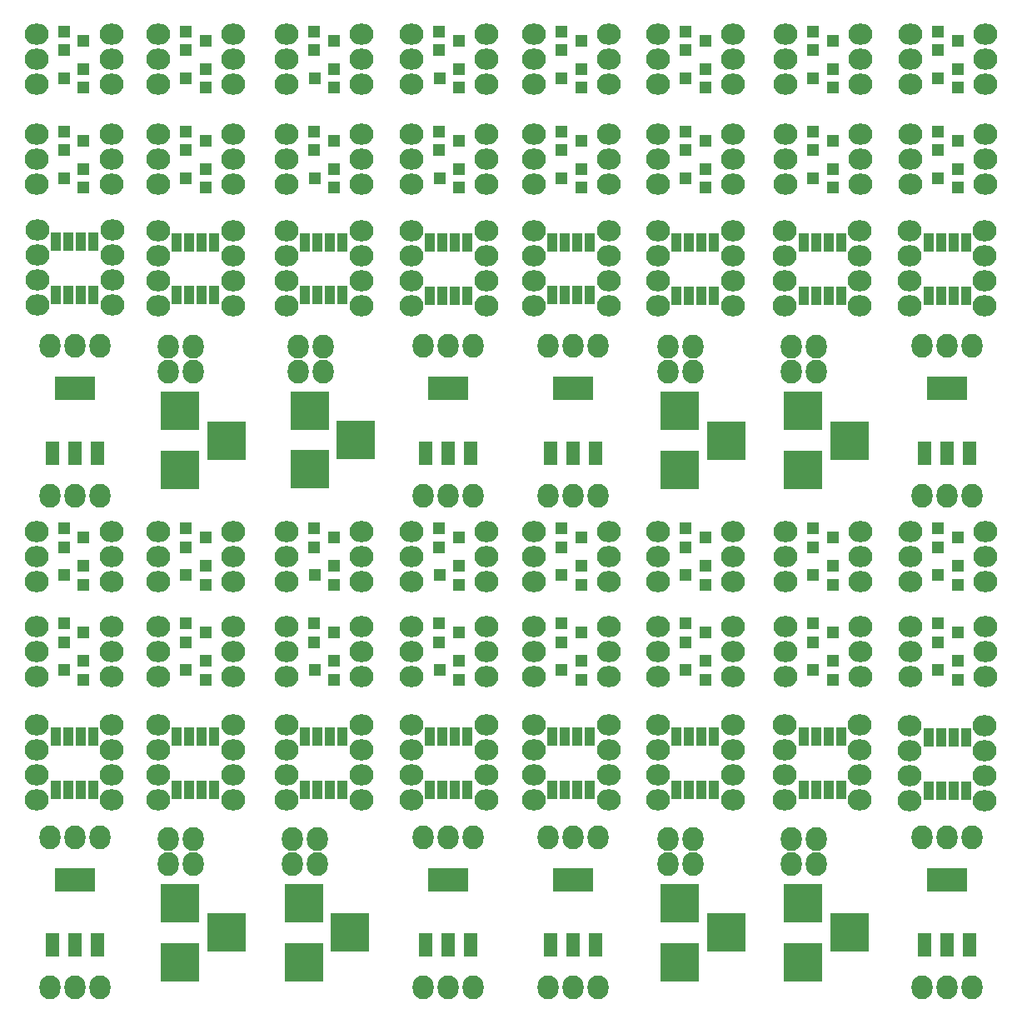
<source format=gts>
G04 #@! TF.FileFunction,Soldermask,Top*
%FSLAX46Y46*%
G04 Gerber Fmt 4.6, Leading zero omitted, Abs format (unit mm)*
G04 Created by KiCad (PCBNEW 4.0.7+dfsg1-1) date Sun Nov 19 14:40:27 2017*
%MOMM*%
%LPD*%
G01*
G04 APERTURE LIST*
%ADD10C,0.100000*%
%ADD11O,2.432000X2.127200*%
%ADD12R,1.000000X1.950000*%
%ADD13R,3.900120X3.900120*%
%ADD14R,1.200100X1.200100*%
%ADD15O,2.127200X2.432000*%
%ADD16R,4.057600X2.432000*%
%ADD17R,1.416000X2.432000*%
G04 APERTURE END LIST*
D10*
D11*
X102200000Y-71535000D03*
X102200000Y-74075000D03*
X102200000Y-76615000D03*
X102200000Y-79155000D03*
D12*
X120495000Y-72740000D03*
X119225000Y-72740000D03*
X117955000Y-72740000D03*
X116685000Y-72740000D03*
X116685000Y-78140000D03*
X117955000Y-78140000D03*
X119225000Y-78140000D03*
X120495000Y-78140000D03*
D11*
X114800000Y-71560000D03*
X114800000Y-74100000D03*
X114800000Y-76640000D03*
X114800000Y-79180000D03*
X109820000Y-71535000D03*
X109820000Y-74075000D03*
X109820000Y-76615000D03*
X109820000Y-79155000D03*
D12*
X107895000Y-72715000D03*
X106625000Y-72715000D03*
X105355000Y-72715000D03*
X104085000Y-72715000D03*
X104085000Y-78115000D03*
X105355000Y-78115000D03*
X106625000Y-78115000D03*
X107895000Y-78115000D03*
D11*
X122420000Y-71560000D03*
X122420000Y-74100000D03*
X122420000Y-76640000D03*
X122420000Y-79180000D03*
X84620000Y-71535000D03*
X84620000Y-74075000D03*
X84620000Y-76615000D03*
X84620000Y-79155000D03*
D12*
X82695000Y-72715000D03*
X81425000Y-72715000D03*
X80155000Y-72715000D03*
X78885000Y-72715000D03*
X78885000Y-78115000D03*
X80155000Y-78115000D03*
X81425000Y-78115000D03*
X82695000Y-78115000D03*
D11*
X89700000Y-71560000D03*
X89700000Y-74100000D03*
X89700000Y-76640000D03*
X89700000Y-79180000D03*
D12*
X95395000Y-72740000D03*
X94125000Y-72740000D03*
X92855000Y-72740000D03*
X91585000Y-72740000D03*
X91585000Y-78140000D03*
X92855000Y-78140000D03*
X94125000Y-78140000D03*
X95395000Y-78140000D03*
D11*
X97320000Y-71560000D03*
X97320000Y-74100000D03*
X97320000Y-76640000D03*
X97320000Y-79180000D03*
D12*
X57405000Y-72690000D03*
X56135000Y-72690000D03*
X54865000Y-72690000D03*
X53595000Y-72690000D03*
X53595000Y-78090000D03*
X54865000Y-78090000D03*
X56135000Y-78090000D03*
X57405000Y-78090000D03*
D11*
X71620000Y-71535000D03*
X71620000Y-74075000D03*
X71620000Y-76615000D03*
X71620000Y-79155000D03*
X77000000Y-71535000D03*
X77000000Y-74075000D03*
X77000000Y-76615000D03*
X77000000Y-79155000D03*
D12*
X69695000Y-72715000D03*
X68425000Y-72715000D03*
X67155000Y-72715000D03*
X65885000Y-72715000D03*
X65885000Y-78115000D03*
X67155000Y-78115000D03*
X68425000Y-78115000D03*
X69695000Y-78115000D03*
D11*
X64000000Y-71535000D03*
X64000000Y-74075000D03*
X64000000Y-76615000D03*
X64000000Y-79155000D03*
X59330000Y-71510000D03*
X59330000Y-74050000D03*
X59330000Y-76590000D03*
X59330000Y-79130000D03*
X51710000Y-71510000D03*
X51710000Y-74050000D03*
X51710000Y-76590000D03*
X51710000Y-79130000D03*
X148020000Y-71585000D03*
X148020000Y-74125000D03*
X148020000Y-76665000D03*
X148020000Y-79205000D03*
X140400000Y-71585000D03*
X140400000Y-74125000D03*
X140400000Y-76665000D03*
X140400000Y-79205000D03*
X135320000Y-71560000D03*
X135320000Y-74100000D03*
X135320000Y-76640000D03*
X135320000Y-79180000D03*
D12*
X133395000Y-72740000D03*
X132125000Y-72740000D03*
X130855000Y-72740000D03*
X129585000Y-72740000D03*
X129585000Y-78140000D03*
X130855000Y-78140000D03*
X132125000Y-78140000D03*
X133395000Y-78140000D03*
X146095000Y-72765000D03*
X144825000Y-72765000D03*
X143555000Y-72765000D03*
X142285000Y-72765000D03*
X142285000Y-78165000D03*
X143555000Y-78165000D03*
X144825000Y-78165000D03*
X146095000Y-78165000D03*
D11*
X127700000Y-71560000D03*
X127700000Y-74100000D03*
X127700000Y-76640000D03*
X127700000Y-79180000D03*
D12*
X146095000Y-123015000D03*
X144825000Y-123015000D03*
X143555000Y-123015000D03*
X142285000Y-123015000D03*
X142285000Y-128415000D03*
X143555000Y-128415000D03*
X144825000Y-128415000D03*
X146095000Y-128415000D03*
D11*
X135320000Y-121810000D03*
X135320000Y-124350000D03*
X135320000Y-126890000D03*
X135320000Y-129430000D03*
D12*
X133395000Y-122990000D03*
X132125000Y-122990000D03*
X130855000Y-122990000D03*
X129585000Y-122990000D03*
X129585000Y-128390000D03*
X130855000Y-128390000D03*
X132125000Y-128390000D03*
X133395000Y-128390000D03*
D11*
X148020000Y-121835000D03*
X148020000Y-124375000D03*
X148020000Y-126915000D03*
X148020000Y-129455000D03*
X140400000Y-121835000D03*
X140400000Y-124375000D03*
X140400000Y-126915000D03*
X140400000Y-129455000D03*
X127700000Y-121810000D03*
X127700000Y-124350000D03*
X127700000Y-126890000D03*
X127700000Y-129430000D03*
X122420000Y-121810000D03*
X122420000Y-124350000D03*
X122420000Y-126890000D03*
X122420000Y-129430000D03*
X114800000Y-121810000D03*
X114800000Y-124350000D03*
X114800000Y-126890000D03*
X114800000Y-129430000D03*
D12*
X120495000Y-122990000D03*
X119225000Y-122990000D03*
X117955000Y-122990000D03*
X116685000Y-122990000D03*
X116685000Y-128390000D03*
X117955000Y-128390000D03*
X119225000Y-128390000D03*
X120495000Y-128390000D03*
D11*
X109820000Y-121785000D03*
X109820000Y-124325000D03*
X109820000Y-126865000D03*
X109820000Y-129405000D03*
D12*
X107895000Y-122965000D03*
X106625000Y-122965000D03*
X105355000Y-122965000D03*
X104085000Y-122965000D03*
X104085000Y-128365000D03*
X105355000Y-128365000D03*
X106625000Y-128365000D03*
X107895000Y-128365000D03*
D11*
X102200000Y-121785000D03*
X102200000Y-124325000D03*
X102200000Y-126865000D03*
X102200000Y-129405000D03*
X97320000Y-121810000D03*
X97320000Y-124350000D03*
X97320000Y-126890000D03*
X97320000Y-129430000D03*
X77000000Y-121785000D03*
X77000000Y-124325000D03*
X77000000Y-126865000D03*
X77000000Y-129405000D03*
D12*
X82695000Y-122965000D03*
X81425000Y-122965000D03*
X80155000Y-122965000D03*
X78885000Y-122965000D03*
X78885000Y-128365000D03*
X80155000Y-128365000D03*
X81425000Y-128365000D03*
X82695000Y-128365000D03*
X95395000Y-122990000D03*
X94125000Y-122990000D03*
X92855000Y-122990000D03*
X91585000Y-122990000D03*
X91585000Y-128390000D03*
X92855000Y-128390000D03*
X94125000Y-128390000D03*
X95395000Y-128390000D03*
D11*
X89700000Y-121810000D03*
X89700000Y-124350000D03*
X89700000Y-126890000D03*
X89700000Y-129430000D03*
X84620000Y-121785000D03*
X84620000Y-124325000D03*
X84620000Y-126865000D03*
X84620000Y-129405000D03*
X71620000Y-121785000D03*
X71620000Y-124325000D03*
X71620000Y-126865000D03*
X71620000Y-129405000D03*
X64000000Y-121785000D03*
X64000000Y-124325000D03*
X64000000Y-126865000D03*
X64000000Y-129405000D03*
D12*
X69695000Y-122965000D03*
X68425000Y-122965000D03*
X67155000Y-122965000D03*
X65885000Y-122965000D03*
X65885000Y-128365000D03*
X67155000Y-128365000D03*
X68425000Y-128365000D03*
X69695000Y-128365000D03*
D13*
X129538000Y-139862860D03*
X129538000Y-145862340D03*
X134237000Y-142862600D03*
X117013000Y-139862860D03*
X117013000Y-145862340D03*
X121712000Y-142862600D03*
X78788000Y-139862860D03*
X78788000Y-145862340D03*
X83487000Y-142862600D03*
X66213000Y-139862860D03*
X66213000Y-145862340D03*
X70912000Y-142862600D03*
X129538000Y-89862860D03*
X129538000Y-95862340D03*
X134237000Y-92862600D03*
X117013000Y-89862860D03*
X117013000Y-95862340D03*
X121712000Y-92862600D03*
X79388000Y-89812860D03*
X79388000Y-95812340D03*
X84087000Y-92812600D03*
X66213000Y-89862860D03*
X66213000Y-95862340D03*
X70912000Y-92862600D03*
D11*
X109820000Y-102125000D03*
X109820000Y-104665000D03*
X109820000Y-107205000D03*
X102200000Y-102125000D03*
X102200000Y-104665000D03*
X102200000Y-107205000D03*
X114800000Y-102125000D03*
X114800000Y-104665000D03*
X114800000Y-107205000D03*
D14*
X107010760Y-107520000D03*
X107010760Y-105620000D03*
X105011780Y-106570000D03*
X105009240Y-101810000D03*
X105009240Y-103710000D03*
X107008220Y-102760000D03*
D11*
X114800000Y-111760000D03*
X114800000Y-114300000D03*
X114800000Y-116840000D03*
X109820000Y-111760000D03*
X109820000Y-114300000D03*
X109820000Y-116840000D03*
D14*
X105009240Y-111445000D03*
X105009240Y-113345000D03*
X107008220Y-112395000D03*
D11*
X102200000Y-111760000D03*
X102200000Y-114300000D03*
X102200000Y-116840000D03*
D14*
X107010760Y-117155000D03*
X107010760Y-115255000D03*
X105011780Y-116205000D03*
D15*
X141629000Y-148468000D03*
X144169000Y-148468000D03*
X146709000Y-148468000D03*
X128341000Y-135890000D03*
X130881000Y-135890000D03*
D16*
X144169000Y-137546000D03*
D17*
X144169000Y-144150000D03*
X146455000Y-144150000D03*
X141883000Y-144150000D03*
D15*
X141629000Y-133228000D03*
X144169000Y-133228000D03*
X146709000Y-133228000D03*
X128341000Y-133350000D03*
X130881000Y-133350000D03*
X103594000Y-148458000D03*
X106134000Y-148458000D03*
X108674000Y-148458000D03*
D16*
X106134000Y-137536000D03*
D17*
X106134000Y-144140000D03*
X108420000Y-144140000D03*
X103848000Y-144140000D03*
D15*
X103594000Y-133218000D03*
X106134000Y-133218000D03*
X108674000Y-133218000D03*
X115816000Y-133350000D03*
X118356000Y-133350000D03*
X115816000Y-135890000D03*
X118356000Y-135890000D03*
X77591000Y-135890000D03*
X80131000Y-135890000D03*
X77591000Y-133350000D03*
X80131000Y-133350000D03*
D14*
X94572760Y-107520000D03*
X94572760Y-105620000D03*
X92573780Y-106570000D03*
D11*
X89762000Y-102125000D03*
X89762000Y-104665000D03*
X89762000Y-107205000D03*
D14*
X92571240Y-101810000D03*
X92571240Y-103710000D03*
X94570220Y-102760000D03*
D11*
X97382000Y-102125000D03*
X97382000Y-104665000D03*
X97382000Y-107205000D03*
X77062000Y-111760000D03*
X77062000Y-114300000D03*
X77062000Y-116840000D03*
D14*
X79871240Y-111445000D03*
X79871240Y-113345000D03*
X81870220Y-112395000D03*
D11*
X77062000Y-102125000D03*
X77062000Y-104665000D03*
X77062000Y-107205000D03*
D14*
X81872760Y-107520000D03*
X81872760Y-105620000D03*
X79873780Y-106570000D03*
X81872760Y-117155000D03*
X81872760Y-115255000D03*
X79873780Y-116205000D03*
D11*
X84682000Y-102125000D03*
X84682000Y-104665000D03*
X84682000Y-107205000D03*
D14*
X79871240Y-101810000D03*
X79871240Y-103710000D03*
X81870220Y-102760000D03*
X94572760Y-117155000D03*
X94572760Y-115255000D03*
X92573780Y-116205000D03*
D11*
X89762000Y-111760000D03*
X89762000Y-114300000D03*
X89762000Y-116840000D03*
X97382000Y-111760000D03*
X97382000Y-114300000D03*
X97382000Y-116840000D03*
X84682000Y-111760000D03*
X84682000Y-114300000D03*
X84682000Y-116840000D03*
D14*
X92571240Y-111445000D03*
X92571240Y-113345000D03*
X94570220Y-112395000D03*
D15*
X90929000Y-133228000D03*
X93469000Y-133228000D03*
X96009000Y-133228000D03*
D16*
X93469000Y-137546000D03*
D17*
X93469000Y-144150000D03*
X95755000Y-144150000D03*
X91183000Y-144150000D03*
D15*
X90929000Y-148468000D03*
X93469000Y-148468000D03*
X96009000Y-148468000D03*
D11*
X71620000Y-102125000D03*
X71620000Y-104665000D03*
X71620000Y-107205000D03*
X64000000Y-102125000D03*
X64000000Y-104665000D03*
X64000000Y-107205000D03*
D14*
X66809240Y-101810000D03*
X66809240Y-103710000D03*
X68808220Y-102760000D03*
X68810760Y-107520000D03*
X68810760Y-105620000D03*
X66811780Y-106570000D03*
D15*
X65016000Y-133350000D03*
X67556000Y-133350000D03*
X52994000Y-148458000D03*
X55534000Y-148458000D03*
X58074000Y-148458000D03*
D16*
X55534000Y-137536000D03*
D17*
X55534000Y-144140000D03*
X57820000Y-144140000D03*
X53248000Y-144140000D03*
D15*
X65016000Y-135890000D03*
X67556000Y-135890000D03*
X52994000Y-133218000D03*
X55534000Y-133218000D03*
X58074000Y-133218000D03*
D11*
X51600000Y-102125000D03*
X51600000Y-104665000D03*
X51600000Y-107205000D03*
X59220000Y-102125000D03*
X59220000Y-104665000D03*
X59220000Y-107205000D03*
D14*
X56410760Y-107520000D03*
X56410760Y-105620000D03*
X54411780Y-106570000D03*
X54409240Y-101810000D03*
X54409240Y-103710000D03*
X56408220Y-102760000D03*
D12*
X57355000Y-122940000D03*
X56085000Y-122940000D03*
X54815000Y-122940000D03*
X53545000Y-122940000D03*
X53545000Y-128340000D03*
X54815000Y-128340000D03*
X56085000Y-128340000D03*
X57355000Y-128340000D03*
D11*
X59280000Y-121760000D03*
X59280000Y-124300000D03*
X59280000Y-126840000D03*
X59280000Y-129380000D03*
X51660000Y-121760000D03*
X51660000Y-124300000D03*
X51660000Y-126840000D03*
X51660000Y-129380000D03*
D14*
X68810760Y-117155000D03*
X68810760Y-115255000D03*
X66811780Y-116205000D03*
X66809240Y-111445000D03*
X66809240Y-113345000D03*
X68808220Y-112395000D03*
D11*
X64000000Y-111760000D03*
X64000000Y-114300000D03*
X64000000Y-116840000D03*
X71620000Y-111760000D03*
X71620000Y-114300000D03*
X71620000Y-116840000D03*
D14*
X54409240Y-111445000D03*
X54409240Y-113345000D03*
X56408220Y-112395000D03*
X56410760Y-117155000D03*
X56410760Y-115255000D03*
X54411780Y-116205000D03*
D11*
X51600000Y-111760000D03*
X51600000Y-114300000D03*
X51600000Y-116840000D03*
X59220000Y-111760000D03*
X59220000Y-114300000D03*
X59220000Y-116840000D03*
X122420000Y-102125000D03*
X122420000Y-104665000D03*
X122420000Y-107205000D03*
D14*
X117609240Y-101810000D03*
X117609240Y-103710000D03*
X119608220Y-102760000D03*
X119610760Y-107520000D03*
X119610760Y-105620000D03*
X117611780Y-106570000D03*
D11*
X127762000Y-102125000D03*
X127762000Y-104665000D03*
X127762000Y-107205000D03*
X127762000Y-111760000D03*
X127762000Y-114300000D03*
X127762000Y-116840000D03*
D14*
X132572760Y-117155000D03*
X132572760Y-115255000D03*
X130573780Y-116205000D03*
X117609240Y-111445000D03*
X117609240Y-113345000D03*
X119608220Y-112395000D03*
X130571240Y-111445000D03*
X130571240Y-113345000D03*
X132570220Y-112395000D03*
D11*
X122420000Y-111760000D03*
X122420000Y-114300000D03*
X122420000Y-116840000D03*
D14*
X119610760Y-117155000D03*
X119610760Y-115255000D03*
X117611780Y-116205000D03*
X130571240Y-101810000D03*
X130571240Y-103710000D03*
X132570220Y-102760000D03*
X143271240Y-101810000D03*
X143271240Y-103710000D03*
X145270220Y-102760000D03*
X145272760Y-107520000D03*
X145272760Y-105620000D03*
X143273780Y-106570000D03*
D11*
X135382000Y-102125000D03*
X135382000Y-104665000D03*
X135382000Y-107205000D03*
X140462000Y-102125000D03*
X140462000Y-104665000D03*
X140462000Y-107205000D03*
X148082000Y-102125000D03*
X148082000Y-104665000D03*
X148082000Y-107205000D03*
D14*
X132572760Y-107520000D03*
X132572760Y-105620000D03*
X130573780Y-106570000D03*
D11*
X140462000Y-111760000D03*
X140462000Y-114300000D03*
X140462000Y-116840000D03*
X148082000Y-111760000D03*
X148082000Y-114300000D03*
X148082000Y-116840000D03*
D14*
X145272760Y-117155000D03*
X145272760Y-115255000D03*
X143273780Y-116205000D03*
D11*
X135382000Y-111760000D03*
X135382000Y-114300000D03*
X135382000Y-116840000D03*
D14*
X143271240Y-111445000D03*
X143271240Y-113345000D03*
X145270220Y-112395000D03*
D11*
X109820000Y-61760000D03*
X109820000Y-64300000D03*
X109820000Y-66840000D03*
X102200000Y-61760000D03*
X102200000Y-64300000D03*
X102200000Y-66840000D03*
D14*
X117609240Y-61445000D03*
X117609240Y-63345000D03*
X119608220Y-62395000D03*
X119610760Y-67155000D03*
X119610760Y-65255000D03*
X117611780Y-66205000D03*
D11*
X114800000Y-61760000D03*
X114800000Y-64300000D03*
X114800000Y-66840000D03*
X122420000Y-61760000D03*
X122420000Y-64300000D03*
X122420000Y-66840000D03*
D14*
X105009240Y-51285000D03*
X105009240Y-53185000D03*
X107008220Y-52235000D03*
X105009240Y-61445000D03*
X105009240Y-63345000D03*
X107008220Y-62395000D03*
D11*
X102200000Y-51600000D03*
X102200000Y-54140000D03*
X102200000Y-56680000D03*
X109820000Y-51600000D03*
X109820000Y-54140000D03*
X109820000Y-56680000D03*
D14*
X107010760Y-67155000D03*
X107010760Y-65255000D03*
X105011780Y-66205000D03*
X107010760Y-56995000D03*
X107010760Y-55095000D03*
X105011780Y-56045000D03*
D11*
X114800000Y-51600000D03*
X114800000Y-54140000D03*
X114800000Y-56680000D03*
D14*
X119610760Y-56995000D03*
X119610760Y-55095000D03*
X117611780Y-56045000D03*
X117609240Y-51285000D03*
X117609240Y-53185000D03*
X119608220Y-52235000D03*
X130571240Y-51285000D03*
X130571240Y-53185000D03*
X132570220Y-52235000D03*
X132572760Y-56995000D03*
X132572760Y-55095000D03*
X130573780Y-56045000D03*
D11*
X127762000Y-51600000D03*
X127762000Y-54140000D03*
X127762000Y-56680000D03*
X122420000Y-51600000D03*
X122420000Y-54140000D03*
X122420000Y-56680000D03*
X135382000Y-51600000D03*
X135382000Y-54140000D03*
X135382000Y-56680000D03*
X148082000Y-61760000D03*
X148082000Y-64300000D03*
X148082000Y-66840000D03*
X148082000Y-51600000D03*
X148082000Y-54140000D03*
X148082000Y-56680000D03*
X140462000Y-51600000D03*
X140462000Y-54140000D03*
X140462000Y-56680000D03*
D14*
X145272760Y-56995000D03*
X145272760Y-55095000D03*
X143273780Y-56045000D03*
X143271240Y-51285000D03*
X143271240Y-53185000D03*
X145270220Y-52235000D03*
X143271240Y-61445000D03*
X143271240Y-63345000D03*
X145270220Y-62395000D03*
X145272760Y-67155000D03*
X145272760Y-65255000D03*
X143273780Y-66205000D03*
D11*
X140462000Y-61760000D03*
X140462000Y-64300000D03*
X140462000Y-66840000D03*
D14*
X132572760Y-67155000D03*
X132572760Y-65255000D03*
X130573780Y-66205000D03*
D11*
X135382000Y-61760000D03*
X135382000Y-64300000D03*
X135382000Y-66840000D03*
X127762000Y-61760000D03*
X127762000Y-64300000D03*
X127762000Y-66840000D03*
D14*
X130571240Y-61445000D03*
X130571240Y-63345000D03*
X132570220Y-62395000D03*
D15*
X128341000Y-83350000D03*
X130881000Y-83350000D03*
X128341000Y-85890000D03*
X130881000Y-85890000D03*
X141629000Y-83228000D03*
X144169000Y-83228000D03*
X146709000Y-83228000D03*
X141629000Y-98468000D03*
X144169000Y-98468000D03*
X146709000Y-98468000D03*
D16*
X144169000Y-87546000D03*
D17*
X144169000Y-94150000D03*
X146455000Y-94150000D03*
X141883000Y-94150000D03*
D15*
X115816000Y-85890000D03*
X118356000Y-85890000D03*
X103594000Y-83218000D03*
X106134000Y-83218000D03*
X108674000Y-83218000D03*
X115816000Y-83350000D03*
X118356000Y-83350000D03*
X103594000Y-98458000D03*
X106134000Y-98458000D03*
X108674000Y-98458000D03*
D16*
X106134000Y-87536000D03*
D17*
X106134000Y-94140000D03*
X108420000Y-94140000D03*
X103848000Y-94140000D03*
D16*
X93469000Y-87546000D03*
D17*
X93469000Y-94150000D03*
X95755000Y-94150000D03*
X91183000Y-94150000D03*
D15*
X90929000Y-98468000D03*
X93469000Y-98468000D03*
X96009000Y-98468000D03*
X90929000Y-83228000D03*
X93469000Y-83228000D03*
X96009000Y-83228000D03*
X78191000Y-85840000D03*
X80731000Y-85840000D03*
X78191000Y-83300000D03*
X80731000Y-83300000D03*
X65016000Y-83350000D03*
X67556000Y-83350000D03*
X65016000Y-85890000D03*
X67556000Y-85890000D03*
X52994000Y-83218000D03*
X55534000Y-83218000D03*
X58074000Y-83218000D03*
X52994000Y-98458000D03*
X55534000Y-98458000D03*
X58074000Y-98458000D03*
D16*
X55534000Y-87536000D03*
D17*
X55534000Y-94140000D03*
X57820000Y-94140000D03*
X53248000Y-94140000D03*
D14*
X54409240Y-61445000D03*
X54409240Y-63345000D03*
X56408220Y-62395000D03*
X56410760Y-67155000D03*
X56410760Y-65255000D03*
X54411780Y-66205000D03*
D11*
X51600000Y-61760000D03*
X51600000Y-64300000D03*
X51600000Y-66840000D03*
X59220000Y-61760000D03*
X59220000Y-64300000D03*
X59220000Y-66840000D03*
X71620000Y-61760000D03*
X71620000Y-64300000D03*
X71620000Y-66840000D03*
X64000000Y-61760000D03*
X64000000Y-64300000D03*
X64000000Y-66840000D03*
D14*
X68810760Y-67155000D03*
X68810760Y-65255000D03*
X66811780Y-66205000D03*
X66809240Y-61445000D03*
X66809240Y-63345000D03*
X68808220Y-62395000D03*
X79871240Y-61445000D03*
X79871240Y-63345000D03*
X81870220Y-62395000D03*
X81872760Y-67155000D03*
X81872760Y-65255000D03*
X79873780Y-66205000D03*
D11*
X77062000Y-61760000D03*
X77062000Y-64300000D03*
X77062000Y-66840000D03*
X84682000Y-61760000D03*
X84682000Y-64300000D03*
X84682000Y-66840000D03*
X97382000Y-61760000D03*
X97382000Y-64300000D03*
X97382000Y-66840000D03*
X89762000Y-61760000D03*
X89762000Y-64300000D03*
X89762000Y-66840000D03*
D14*
X94572760Y-67155000D03*
X94572760Y-65255000D03*
X92573780Y-66205000D03*
X92571240Y-61445000D03*
X92571240Y-63345000D03*
X94570220Y-62395000D03*
X92571240Y-51285000D03*
X92571240Y-53185000D03*
X94570220Y-52235000D03*
X94572760Y-56995000D03*
X94572760Y-55095000D03*
X92573780Y-56045000D03*
D11*
X89762000Y-51600000D03*
X89762000Y-54140000D03*
X89762000Y-56680000D03*
X97382000Y-51600000D03*
X97382000Y-54140000D03*
X97382000Y-56680000D03*
X84682000Y-51600000D03*
X84682000Y-54140000D03*
X84682000Y-56680000D03*
X77062000Y-51600000D03*
X77062000Y-54140000D03*
X77062000Y-56680000D03*
D14*
X81872760Y-56995000D03*
X81872760Y-55095000D03*
X79873780Y-56045000D03*
X79871240Y-51285000D03*
X79871240Y-53185000D03*
X81870220Y-52235000D03*
X66809240Y-51285000D03*
X66809240Y-53185000D03*
X68808220Y-52235000D03*
X68810760Y-56995000D03*
X68810760Y-55095000D03*
X66811780Y-56045000D03*
D11*
X64000000Y-51600000D03*
X64000000Y-54140000D03*
X64000000Y-56680000D03*
X71620000Y-51600000D03*
X71620000Y-54140000D03*
X71620000Y-56680000D03*
X59220000Y-51600000D03*
X59220000Y-54140000D03*
X59220000Y-56680000D03*
X51600000Y-51600000D03*
X51600000Y-54140000D03*
X51600000Y-56680000D03*
D14*
X56410760Y-56995000D03*
X56410760Y-55095000D03*
X54411780Y-56045000D03*
X54409240Y-51285000D03*
X54409240Y-53185000D03*
X56408220Y-52235000D03*
M02*

</source>
